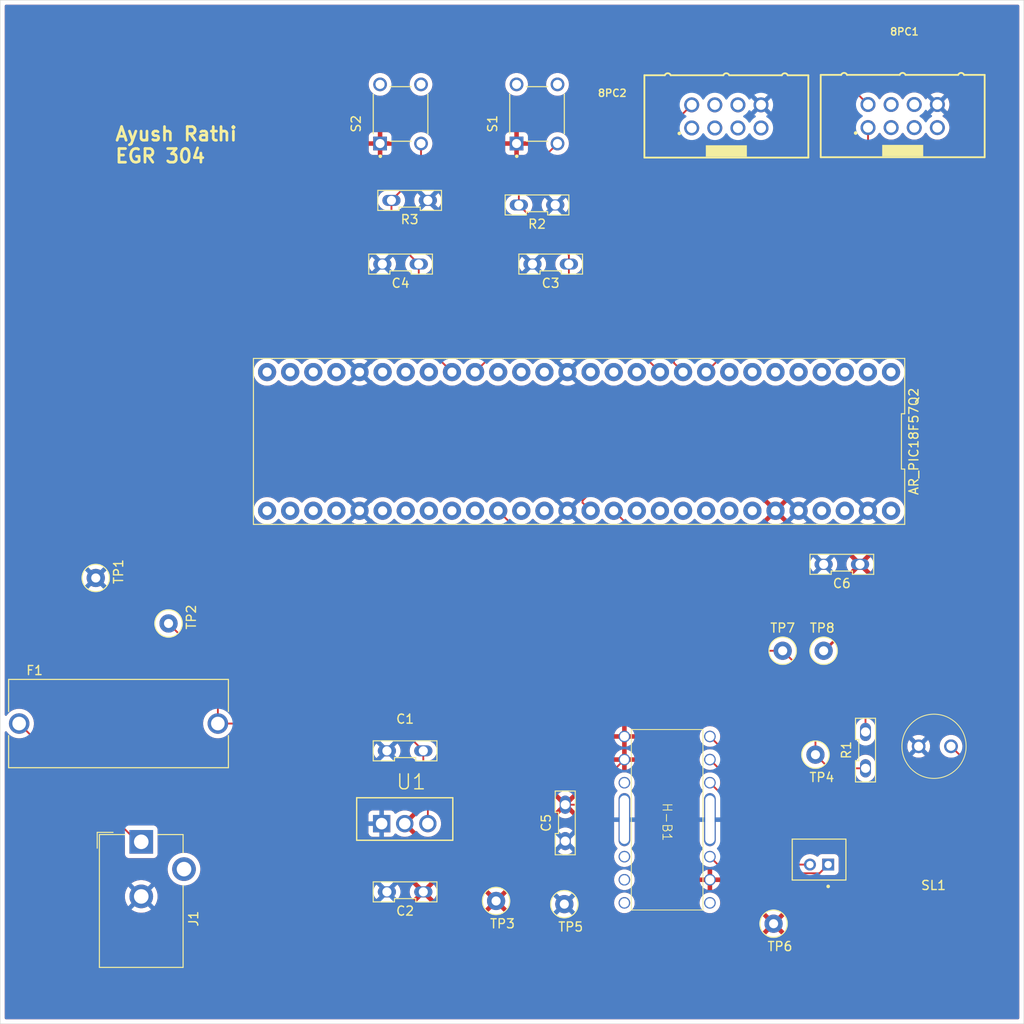
<source format=kicad_pcb>
(kicad_pcb (version 20241229) (generator "pcbnew") (generator_version "9.0")
  (layers (0 "F.Cu" signal) (2 "B.Cu" signal) (13 "F.Paste" user) (15 "B.Paste" user) (5 "F.SilkS" user "F.Silkscreen") (7 "B.SilkS" user "B.Silkscreen") (1 "F.Mask" user) (3 "B.Mask" user) (25 "Edge.Cuts" user))
  (net 0 "")
  (net 2 "/MIC_INT")
  (net 3 "GNDREF")
  (net 7 "/EXT_pin")
  (net 12 "/CRT_INT")
  (net 17 "/MIC_OUT2")
  (net 33 "+5V")
  (net 42 "/Red LED")
  (net 56 "/close button")
  (net 58 "/MIC_OUT1")
  (net 61 "/Open button")
  (net 63 "/9V+ main")
  (net 64 "Net-(D1-A)")
  (net 65 "Net-(F1-Pad1)")
  (net 66 "Net-(H-B1-OUT1A)")
  (net 69 "Net-(H-B1-OUT2A)")
  (footprint "AR_Library (1):Rus" (layer "F.Cu") (at 187.102 128.42)
    (property "Reference" "R1" (at -2.1 0 90) (layer "F.SilkS"))
    (property "Value" "330 Ohms  0.25W")
    (fp_line (start -1.1 -1.166666) (end -0.739999 -1.166666) (stroke (width 0.12)) (layer "F.SilkS"))
    (fp_line (start -1.1 1.166666) (end -1.1 3.5) (stroke (width 0.12)) (layer "F.SilkS"))
    (fp_line (start -1.1 3.5) (end 1.099999 3.5) (stroke (width 0.12)) (layer "F.SilkS"))
    (fp_line (start -1.099999 -3.5) (end -1.1 -1.166666) (stroke (width 0.12)) (layer "F.SilkS"))
    (fp_line (start -0.74 1.166666) (end -1.1 1.166666) (stroke (width 0.12)) (layer "F.SilkS"))
    (fp_line (start -0.739999 -1.166666) (end -0.74 1.166666) (stroke (width 0.12)) (layer "F.SilkS"))
    (fp_line (start 1.099999 3.5) (end 1.1 -3.5) (stroke (width 0.12)) (layer "F.SilkS"))
    (fp_line (start 1.1 -3.5) (end -1.099999 -3.5) (stroke (width 0.12)) (layer "F.SilkS"))
    (pad "1" thru_hole oval (at 0 2) (size 1.2 2) (drill 1) (layers "*.Cu" "*.Mask") (net 42 "/Red LED"))
    (pad "2" thru_hole oval (at 0 -2) (size 1.2 2) (drill 1) (layers "*.Cu" "*.Mask") (net 64 "Net-(D1-A)"))
  )
  (footprint "AR_Library (1):8pin" (layer "F.Cu") (at 191.19 58.73)
    (property "Reference" "8PC1" (at 0.19 -9.27 0) (layer "F.SilkS") (effects (font (size 0.8 0.8))))
    (property "Value" "~")
    (fp_line (start -9.01 -4.525) (end -9.01 4.525) (stroke (width 0.2)) (layer "F.SilkS"))
    (fp_line (start -9.01 4.525) (end 9.01 4.525) (stroke (width 0.2)) (layer "F.SilkS"))
    (fp_line (start -6.76 -4.525) (end -9.01 -4.525) (stroke (width 0.2)) (layer "F.SilkS"))
    (fp_line (start -0.33 -4.525) (end -6.12 -4.525) (stroke (width 0.2)) (layer "F.SilkS"))
    (fp_line (start 6.1 -4.525) (end 0.31 -4.525) (stroke (width 0.2)) (layer "F.SilkS"))
    (fp_line (start 6.74 -4.525) (end 9.01 -4.525) (stroke (width 0.2)) (layer "F.SilkS"))
    (fp_line (start 9.01 4.525) (end 9.01 -4.525) (stroke (width 0.2)) (layer "F.SilkS"))
    (fp_arc (start -6.76 -4.525) (mid -6.44 -4.743548) (end -6.12 -4.525) (stroke (width 0.2)) (layer "F.SilkS"))
    (fp_arc (start -0.33 -4.525) (mid -0.01 -4.743548) (end 0.31 -4.525) (stroke (width 0.2)) (layer "F.SilkS"))
    (fp_arc (start 6.1 -4.525) (mid 6.42 -4.743548) (end 6.74 -4.525) (stroke (width 0.2)) (layer "F.SilkS"))
    (fp_circle (center -5.17 1.87) (end -5.07 1.87) (stroke (width 0.2)) (fill no) (layer "F.SilkS"))
    (fp_poly (pts (xy -2.25 3.175) (xy 2.25 3.175) (xy 2.25 4.425) (xy -2.25 4.425)) (stroke (width 0.01)) (fill yes) (layer "F.SilkS"))
    (pad "1" thru_hole circle (at -3.81 1.27) (size 1.65 1.65) (drill 1.1) (layers "*.Cu" "*.Mask") (net 2 "/MIC_INT"))
    (pad "2" thru_hole circle (at -3.81 -1.27) (size 1.65 1.65) (drill 1.1) (layers "*.Cu" "*.Mask") (net 7 "/EXT_pin"))
    (pad "3" thru_hole circle (at -1.27 1.27) (size 1.65 1.65) (drill 1.1) (layers "*.Cu" "*.Mask"))
    (pad "4" thru_hole circle (at -1.27 -1.27) (size 1.65 1.65) (drill 1.1) (layers "*.Cu" "*.Mask"))
    (pad "5" thru_hole circle (at 1.27 1.27) (size 1.65 1.65) (drill 1.1) (layers "*.Cu" "*.Mask"))
    (pad "6" thru_hole circle (at 1.27 -1.27) (size 1.65 1.65) (drill 1.1) (layers "*.Cu" "*.Mask"))
    (pad "7" thru_hole circle (at 3.81 1.27) (size 1.65 1.65) (drill 1.1) (layers "*.Cu" "*.Mask"))
    (pad "8" thru_hole circle (at 3.81 -1.27) (size 1.65 1.65) (drill 1.1) (layers "*.Cu" "*.Mask") (net 3 "GNDREF"))
  )
  (footprint "AR_Library (1):sol" (layer "F.Cu") (at 182 140.45)
    (property "Reference" "SL1" (at 12.577 2.835 0) (layer "F.SilkS"))
    (property "Value" "~")
    (fp_line (start -2.95 -2.25) (end 2.95 -2.25) (stroke (width 0.127)) (layer "F.SilkS"))
    (fp_line (start -2.95 2.25) (end -2.95 -2.25) (stroke (width 0.127)) (layer "F.SilkS"))
    (fp_line (start 2.95 -2.25) (end 2.95 2.25) (stroke (width 0.127)) (layer "F.SilkS"))
    (fp_line (start 2.95 2.25) (end -2.95 2.25) (stroke (width 0.127)) (layer "F.SilkS"))
    (fp_circle (center 1 2.95) (end 1.1 2.95) (stroke (width 0.2)) (fill no) (layer "F.SilkS"))
    (pad "1" thru_hole rect (at 1 0.55) (size 1.308 1.308) (drill 0.8) (layers "*.Cu" "*.Mask") (net 66 "Net-(H-B1-OUT1A)"))
    (pad "2" thru_hole circle (at -1 0.55) (size 1.308 1.308) (drill 0.8) (layers "*.Cu" "*.Mask") (net 69 "Net-(H-B1-OUT2A)"))
  )
  (footprint "AR_Library (1):Rus" (layer "F.Cu") (at 136.5 128.5 90)
    (property "Reference" "C1" (at 3.5 0 0) (layer "F.SilkS"))
    (property "Value" "10uf")
    (fp_line (start 1.1 -3.5) (end -1.099999 -3.5) (stroke (width 0.12)) (layer "F.SilkS"))
    (fp_line (start -1.099999 -3.5) (end -1.1 -1.166666) (stroke (width 0.12)) (layer "F.SilkS"))
    (fp_line (start -0.739999 -1.166666) (end -0.74 1.166666) (stroke (width 0.12)) (layer "F.SilkS"))
    (fp_line (start -1.1 -1.166666) (end -0.739999 -1.166666) (stroke (width 0.12)) (layer "F.SilkS"))
    (fp_line (start -0.74 1.166666) (end -1.1 1.166666) (stroke (width 0.12)) (layer "F.SilkS"))
    (fp_line (start -1.1 1.166666) (end -1.1 3.5) (stroke (width 0.12)) (layer "F.SilkS"))
    (fp_line (start 1.099999 3.5) (end 1.1 -3.5) (stroke (width 0.12)) (layer "F.SilkS"))
    (fp_line (start -1.1 3.5) (end 1.099999 3.5) (stroke (width 0.12)) (layer "F.SilkS"))
    (pad "1" thru_hole oval (at 0 2 90) (size 1.2 2) (drill 1) (layers "*.Cu" "*.Mask") (net 63 "/9V+ main"))
    (pad "2" thru_hole oval (at 0 -2 90) (size 1.2 2) (drill 1) (layers "*.Cu" "*.Mask") (net 3 "GNDREF"))
  )
  (footprint "Connector_BarrelJack:BarrelJack_CUI_PJ-102AH_Horizontal" (layer "F.Cu") (at 107.5 138.5)
    (property "Reference" "J1" (at 5.75 8.45 90) (layer "F.SilkS"))
    (property "Value" "Barrel_Jack_Switch")
    (fp_line (start -4.84 -1.04) (end -3.1 -1.04) (stroke (width 0.12)) (layer "F.SilkS"))
    (fp_line (start -4.84 0.7) (end -4.84 -1.04) (stroke (width 0.12)) (layer "F.SilkS"))
    (fp_line (start -4.6 -0.8) (end -1.8 -0.8) (stroke (width 0.12)) (layer "F.SilkS"))
    (fp_line (start -4.6 13.8) (end -4.6 -0.8) (stroke (width 0.12)) (layer "F.SilkS"))
    (fp_line (start 1.8 -0.8) (end 4.6 -0.8) (stroke (width 0.12)) (layer "F.SilkS"))
    (fp_line (start 4.6 -0.8) (end 4.6 1.2) (stroke (width 0.12)) (layer "F.SilkS"))
    (fp_line (start 4.6 4.8) (end 4.6 13.8) (stroke (width 0.12)) (layer "F.SilkS"))
    (fp_line (start 4.6 13.8) (end -4.6 13.8) (stroke (width 0.12)) (layer "F.SilkS"))
    (pad "1" thru_hole rect (at 0 0) (size 2.6 2.6) (drill 1.6) (layers "*.Cu" "*.Mask") (net 65 "Net-(F1-Pad1)"))
    (pad "2" thru_hole circle (at 0 6) (size 2.6 2.6) (drill 1.6) (layers "*.Cu" "*.Mask") (net 3 "GNDREF"))
    (pad "3" thru_hole circle (at 4.7 3) (size 2.6 2.6) (drill 1.6) (layers "*.Cu" "*.Mask"))
  )
  (footprint "TestPoint:TestPoint_Loop_D2.50mm_Drill1.0mm" (layer "F.Cu") (at 182.5 117.5 90)
    (property "Reference" "TP8" (at 2.5 -0.15 180) (layer "F.SilkS"))
    (property "Value" "~")
    (fp_circle (center 0 0) (end 1.5 0) (stroke (width 0.12)) (fill no) (layer "F.SilkS") (net 7798903))
    (pad "1" thru_hole circle (at 0 0 90) (size 2 2) (drill 1) (layers "*.Cu" "*.Mask") (net 58 "/MIC_OUT1"))
  )
  (footprint "TestPoint:TestPoint_Loop_D2.50mm_Drill1.0mm" (layer "F.Cu") (at 110.5 114.5 90)
    (property "Reference" "TP2" (at 0.7 2.5 90) (layer "F.SilkS"))
    (property "Value" "TestPoint")
    (fp_circle (center 0 0) (end 1.5 0) (stroke (width 0.12)) (fill no) (layer "F.SilkS"))
    (pad "1" thru_hole circle (at 0 0 90) (size 2 2) (drill 1) (layers "*.Cu" "*.Mask") (net 63 "/9V+ main"))
  )
  (footprint "TestPoint:TestPoint_Loop_D2.50mm_Drill1.0mm" (layer "F.Cu") (at 154 145.35)
    (property "Reference" "TP5" (at 0.7 2.5 0) (layer "F.SilkS"))
    (property "Value" "TestPoint")
    (fp_circle (center 0 0) (end 1.5 0) (stroke (width 0.12)) (fill no) (layer "F.SilkS"))
    (pad "1" thru_hole circle (at 0 0) (size 2 2) (drill 1) (layers "*.Cu" "*.Mask") (net 3 "GNDREF"))
  )
  (footprint "AR_Library (1):Rus" (layer "F.Cu") (at 184.5 108 90)
    (property "Reference" "C6" (at -2.1 0 0) (layer "F.SilkS"))
    (property "Value" "0.1uf")
    (fp_line (start 1.1 -3.5) (end -1.099999 -3.5) (stroke (width 0.12)) (layer "F.SilkS"))
    (fp_line (start -1.099999 -3.5) (end -1.1 -1.166666) (stroke (width 0.12)) (layer "F.SilkS"))
    (fp_line (start -0.739999 -1.166666) (end -0.74 1.166666) (stroke (width 0.12)) (layer "F.SilkS"))
    (fp_line (start -1.1 -1.166666) (end -0.739999 -1.166666) (stroke (width 0.12)) (layer "F.SilkS"))
    (fp_line (start -0.74 1.166666) (end -1.1 1.166666) (stroke (width 0.12)) (layer "F.SilkS"))
    (fp_line (start -1.1 1.166666) (end -1.1 3.5) (stroke (width 0.12)) (layer "F.SilkS"))
    (fp_line (start 1.099999 3.5) (end 1.1 -3.5) (stroke (width 0.12)) (layer "F.SilkS"))
    (fp_line (start -1.1 3.5) (end 1.099999 3.5) (stroke (width 0.12)) (layer "F.SilkS"))
    (pad "1" thru_hole oval (at 0 2 90) (size 1.2 2) (drill 1) (layers "*.Cu" "*.Mask") (net 33 "+5V"))
    (pad "2" thru_hole oval (at 0 -2 90) (size 1.2 2) (drill 1) (layers "*.Cu" "*.Mask") (net 3 "GNDREF"))
  )
  (footprint "TestPoint:TestPoint_Loop_D2.50mm_Drill1.0mm" (layer "F.Cu") (at 181.602 128.92)
    (property "Reference" "TP4" (at 0.7 2.5 0) (layer "F.SilkS"))
    (property "Value" "TestPoint")
    (fp_circle (center 0 0) (end 1.5 0) (stroke (width 0.12)) (fill no) (layer "F.SilkS"))
    (pad "1" thru_hole circle (at 0 0) (size 2 2) (drill 1) (layers "*.Cu" "*.Mask") (net 42 "/Red LED"))
  )
  (footprint "AR_Library (1):DIP-56_600 (1)" (layer "F.Cu") (at 155.62 94.49 180)
    (property "Reference" "AR_PIC18F57Q2" (at -36.79 0 90) (layer "F.SilkS"))
    (property "Value" "~")
    (fp_line (start 35.79 9.12) (end 35.79 -9.119999) (stroke (width 0.12)) (layer "F.SilkS"))
    (fp_line (start 35.79 -9.119999) (end -35.79 -9.12) (stroke (width 0.12)) (layer "F.SilkS"))
    (fp_line (start -35.43 3.039999) (end -35.79 3.039999) (stroke (width 0.12)) (layer "F.SilkS"))
    (fp_line (start -35.43 -3.04) (end -35.43 3.039999) (stroke (width 0.12)) (layer "F.SilkS"))
    (fp_line (start -35.79 9.119999) (end 35.79 9.12) (stroke (width 0.12)) (layer "F.SilkS"))
    (fp_line (start -35.79 3.039999) (end -35.79 9.119999) (stroke (width 0.12)) (layer "F.SilkS"))
    (fp_line (start -35.79 -3.04) (end -35.43 -3.04) (stroke (width 0.12)) (layer "F.SilkS"))
    (fp_line (start -35.79 -9.12) (end -35.79 -3.04) (stroke (width 0.12)) (layer "F.SilkS"))
    (pad "1" thru_hole circle (at -34.29 7.62 180) (size 2 2) (drill 1) (layers "*.Cu" "*.Mask"))
    (pad "2" thru_hole circle (at -31.75 7.62 180) (size 2 2) (drill 1) (layers "*.Cu" "*.Mask"))
    (pad "3" thru_hole circle (at -29.21 7.62 180) (size 2 2) (drill 1) (layers "*.Cu" "*.Mask"))
    (pad "4" thru_hole circle (at -26.67 7.62 180) (size 2 2) (drill 1) (layers "*.Cu" "*.Mask"))
    (pad "5" thru_hole circle (at -24.13 7.62 180) (size 2 2) (drill 1) (layers "*.Cu" "*.Mask"))
    (pad "6" thru_hole circle (at -21.59 7.62 180) (size 2 2) (drill 1) (layers "*.Cu" "*.Mask"))
    (pad "7" thru_hole circle (at -19.05 7.62 180) (size 2 2) (drill 1) (layers "*.Cu" "*.Mask"))
    (pad "8" thru_hole circle (at -16.51 7.62 180) (size 2 2) (drill 1) (layers "*.Cu" "*.Mask"))
    (pad "9" thru_hole circle (at -13.97 7.62 180) (size 2 2) (drill 1) (layers "*.Cu" "*.Mask") (net 2 "/MIC_INT"))
    (pad "10" thru_hole circle (at -11.43 7.62 180) (size 2 2) (drill 1) (layers "*.Cu" "*.Mask") (net 12 "/CRT_INT"))
    (pad "11" thru_hole circle (at -8.89 7.62 180) (size 2 2) (drill 1) (layers "*.Cu" "*.Mask") (net 7 "/EXT_pin"))
    (pad "12" thru_hole circle (at -6.35 7.62 180) (size 2 2) (drill 1) (layers "*.Cu" "*.Mask"))
    (pad "13" thru_hole circle (at -3.81 7.62 180) (size 2 2) (drill 1) (layers "*.Cu" "*.Mask"))
    (pad "14" thru_hole circle (at -1.27 7.62 180) (size 2 2) (drill 1) (layers "*.Cu" "*.Mask"))
    (pad "15" thru_hole circle (at 1.27 7.62 180) (size 2 2) (drill 1) (layers "*.Cu" "*.Mask") (net 3 "GNDREF"))
    (pad "16" thru_hole circle (at 3.81 7.62 180) (size 2 2) (drill 1) (layers "*.Cu" "*.Mask"))
    (pad "17" thru_hole circle (at 6.35 7.62 180) (size 2 2) (drill 1) (layers "*.Cu" "*.Mask"))
    (pad "18" thru_hole circle (at 8.89 7.62 180) (size 2 2) (drill 1) (layers "*.Cu" "*.Mask"))
    (pad "19" thru_hole circle (at 11.43 7.62 180) (size 2 2) (drill 1) (layers "*.Cu" "*.Mask") (net 61 "/Open button"))
    (pad "20" thru_hole circle (at 13.97 7.62 180) (size 2 2) (drill 1) (layers "*.Cu" "*.Mask") (net 56 "/close button"))
    (pad "21" thru_hole circle (at 16.51 7.62 180) (size 2 2) (drill 1) (layers "*.Cu" "*.Mask"))
    (pad "22" thru_hole circle (at 19.05 7.62 180) (size 2 2) (drill 1) (layers "*.Cu" "*.Mask"))
    (pad "23" thru_hole circle (at 21.59 7.62 180) (size 2 2) (drill 1) (layers "*.Cu" "*.Mask"))
    (pad "24" thru_hole circle (at 24.13 7.62 180) (size 2 2) (drill 1) (layers "*.Cu" "*.Mask") (net 3 "GNDREF"))
    (pad "25" thru_hole circle (at 26.67 7.62 180) (size 2 2) (drill 1) (layers "*.Cu" "*.Mask"))
    (pad "26" thru_hole circle (at 29.21 7.62 180) (size 2 2) (drill 1) (layers "*.Cu" "*.Mask"))
    (pad "27" thru_hole circle (at 31.75 7.62 180) (size 2 2) (drill 1) (layers "*.Cu" "*.Mask"))
    (pad "28" thru_hole circle (at 34.29 7.62 180) (size 2 2) (drill 1) (layers "*.Cu" "*.Mask"))
    (pad "29" thru_hole circle (at 34.29 -7.62 180) (size 2 2) (drill 1) (layers "*.Cu" "*.Mask"))
    (pad "30" thru_hole circle (at 31.75 -7.62 180) (size 2 2) (drill 1) (layers "*.Cu" "*.Mask"))
    (pad "31" thru_hole circle (at 29.21 -7.62 180) (size 2 2) (drill 1) (layers "*.Cu" "*.Mask"))
    (pad "32" thru_hole circle (at 26.67 -7.62 180) (size 2 2) (drill 1) (layers "*.Cu" "*.Mask"))
    (pad "33" thru_hole circle (at 24.13 -7.62 180) (size 2 2) (drill 1) (layers "*.Cu" "*.Mask") (net 3 "GNDREF"))
    (pad "34" thru_hole circle (at 21.59 -7.62 180) (size 2 2) (drill 1) (layers "*.Cu" "*.Mask"))
    (pad "35" thru_hole circle (at 19.05 -7.62 180) (size 2 2) (drill 1) (layers "*.Cu" "*.Mask"))
    (pad "36" thru_hole circle (at 16.51 -7.62 180) (size 2 2) (drill 1) (layers "*.Cu" "*.Mask"))
    (pad "37" thru_hole circle (at 13.97 -7.62 180) (size 2 2) (drill 1) (layers "*.Cu" "*.Mask"))
    (pad "38" thru_hole circle (at 11.43 -7.62 180) (size 2 2) (drill 1) (layers "*.Cu" "*.Mask"))
    (pad "39" thru_hole circle (at 8.89 -7.62 180) (size 2 2) (drill 1) (layers "*.Cu" "*.Mask") (net 42 "/Red LED"))
    (pad "40" thru_hole circle (at 6.35 -7.62 180) (size 2 2) (drill 1) (layers "*.Cu" "*.Mask"))
    (pad "41" thru_hole circle (at 3.81 -7.62 180) (size 2 2) (drill 1) (layers "*.Cu" "*.Mask"))
    (pad "42" thru_hole circle (at 1.27 -7.62 180) (size 2 2) (drill 1) (layers "*.Cu" "*.Mask") (net 3 "GNDREF"))
    (pad "43" thru_hole circle (at -1.27 -7.62 180) (size 2 2) (drill 1) (layers "*.Cu" "*.Mask") (net 58 "/MIC_OUT1"))
    (pad "44" thru_hole circle (at -3.81 -7.62 180) (size 2 2) (drill 1) (layers "*.Cu" "*.Mask") (net 17 "/MIC_OUT2"))
    (pad "45" thru_hole circle (at -6.35 -7.62 180) (size 2 2) (drill 1) (layers "*.Cu" "*.Mask"))
    (pad "46" thru_hole circle (at -8.89 -7.62 180) (size 2 2) (drill 1) (layers "*.Cu" "*.Mask"))
    (pad "47" thru_hole circle (at -11.43 -7.62 180) (size 2 2) (drill 1) (layers "*.Cu" "*.Mask"))
    (pad "48" thru_hole circle (at -13.97 -7.62 180) (size 2 2) (drill 1) (layers "*.Cu" "*.Mask"))
    (pad "49" thru_hole circle (at -16.51 -7.62 180) (size 2 2) (drill 1) (layers "*.Cu" "*.Mask"))
    (pad "50" thru_hole circle (at -19.05 -7.62 180) (size 2 2) (drill 1) (layers "*.Cu" "*.Mask"))
    (pad "51" thru_hole circle (at -21.59 -7.62 180) (size 2 2) (drill 1) (layers "*.Cu" "*.Mask") (net 33 "+5V"))
    (pad "52" thru_hole circle (at -24.13 -7.62 180) (size 2 2) (drill 1) (layers "*.Cu" "*.Mask") (net 3 "GNDREF"))
    (pad "53" thru_hole circle (at -26.67 -7.62 180) (size 2 2) (drill 1) (layers "*.Cu" "*.Mask"))
    (pad "54" thru_hole circle (at -29.21 -7.62 180) (size 2 2) (drill 1) (layers "*.Cu" "*.Mask"))
    (pad "55" thru_hole circle (at -31.75 -7.62 180) (size 2 2) (drill 1) (layers "*.Cu" "*.Mask") (net 3 "GNDREF"))
    (pad "56" thru_hole circle (at -34.29 -7.62 180) (size 2 2) (drill 1) (layers "*.Cu" "*.Mask"))
  )
  (footprint "AR_Library (1):FUSE_4527" (layer "F.Cu") (at 105 125.5)
    (property "Reference" "F1" (at -9.225 -5.835 0) (layer "F.SilkS"))
    (property "Value" "2A")
    (fp_line (start -12.08 -4.85) (end -12.08 -1.32) (stroke (width 0.127)) (layer "F.SilkS"))
    (fp_line (start -12.08 -4.85) (end 12.08 -4.85) (stroke (width 0.127)) (layer "F.SilkS"))
    (fp_line (start -12.08 4.85) (end -12.08 1.32) (stroke (width 0.127)) (layer "F.SilkS"))
    (fp_line (start -12.08 4.85) (end 12.08 4.85) (stroke (width 0.127)) (layer "F.SilkS"))
    (fp_line (start 12.08 -4.85) (end 12.08 -1.32) (stroke (width 0.127)) (layer "F.SilkS"))
    (fp_line (start 12.08 4.85) (end 12.08 1.32) (stroke (width 0.127)) (layer "F.SilkS"))
    (pad "1" thru_hole circle (at -10.92 0) (size 2.25 2.25) (drill 1.5) (layers "*.Cu" "*.Mask") (net 65 "Net-(F1-Pad1)"))
    (pad "2" thru_hole circle (at 10.92 0) (size 2.25 2.25) (drill 1.5) (layers "*.Cu" "*.Mask") (net 63 "/9V+ main"))
  )
  (footprint "AR_Library (1):Rus" (layer "F.Cu") (at 136 75 90)
    (property "Reference" "C4" (at -2.1 0 0) (layer "F.SilkS"))
    (property "Value" "0.10uf")
    (fp_line (start 1.1 -3.5) (end -1.099999 -3.5) (stroke (width 0.12)) (layer "F.SilkS"))
    (fp_line (start -1.099999 -3.5) (end -1.1 -1.166666) (stroke (width 0.12)) (layer "F.SilkS"))
    (fp_line (start -0.739999 -1.166666) (end -0.74 1.166666) (stroke (width 0.12)) (layer "F.SilkS"))
    (fp_line (start -1.1 -1.166666) (end -0.739999 -1.166666) (stroke (width 0.12)) (layer "F.SilkS"))
    (fp_line (start -0.74 1.166666) (end -1.1 1.166666) (stroke (width 0.12)) (layer "F.SilkS"))
    (fp_line (start -1.1 1.166666) (end -1.1 3.5) (stroke (width 0.12)) (layer "F.SilkS"))
    (fp_line (start 1.099999 3.5) (end 1.1 -3.5) (stroke (width 0.12)) (layer "F.SilkS"))
    (fp_line (start -1.1 3.5) (end 1.099999 3.5) (stroke (width 0.12)) (layer "F.SilkS"))
    (pad "1" thru_hole oval (at 0 2 90) (size 1.2 2) (drill 1) (layers "*.Cu" "*.Mask") (net 56 "/close button"))
    (pad "2" thru_hole oval (at 0 -2 90) (size 1.2 2) (drill 1) (layers "*.Cu" "*.Mask") (net 3 "GNDREF"))
  )
  (footprint "AR_Library (1):Rus" (layer "F.Cu") (at 154.102 136.42)
    (property "Reference" "C5" (at -2.1 0 90) (layer "F.SilkS"))
    (property "Value" "100uf")
    (fp_line (start -1.1 -1.166666) (end -0.739999 -1.166666) (stroke (width 0.12)) (layer "F.SilkS"))
    (fp_line (start -1.1 1.166666) (end -1.1 3.5) (stroke (width 0.12)) (layer "F.SilkS"))
    (fp_line (start -1.1 3.5) (end 1.099999 3.5) (stroke (width 0.12)) (layer "F.SilkS"))
    (fp_line (start -1.099999 -3.5) (end -1.1 -1.166666) (stroke (width 0.12)) (layer "F.SilkS"))
    (fp_line (start -0.74 1.166666) (end -1.1 1.166666) (stroke (width 0.12)) (layer "F.SilkS"))
    (fp_line (start -0.739999 -1.166666) (end -0.74 1.166666) (stroke (width 0.12)) (layer "F.SilkS"))
    (fp_line (start 1.099999 3.5) (end 1.1 -3.5) (stroke (width 0.12)) (layer "F.SilkS"))
    (fp_line (start 1.1 -3.5) (end -1.099999 -3.5) (stroke (width 0.12)) (layer "F.SilkS"))
    (pad "1" thru_hole oval (at 0 2) (size 1.2 2) (drill 1) (layers "*.Cu" "*.Mask") (net 3 "GNDREF"))
    (pad "2" thru_hole oval (at 0 -2) (size 1.2 2) (drill 1) (layers "*.Cu" "*.Mask") (net 33 "+5V"))
  )
  (footprint "AR_Library (1):HB-1" (layer "F.Cu") (at 169.238 126.158 -90)
    (property "Reference" "H-B1" (at 10.16 3.937 270) (layer "F.SilkS") (effects (font (thickness 0.1))))
    (property "Value" "~")
    (fp_rect (start 0 0) (end 19.8374 7.874) (stroke (width 0.1)) (fill no) (layer "F.SilkS"))
    (pad "1" thru_hole oval (at 19.05 8.636 90) (size 1.27 1.27) (drill 0.999998) (layers "*.Cu" "*.Mask"))
    (pad "2" thru_hole oval (at 16.51 8.636 90) (size 1.27 1.27) (drill 0.999998) (layers "*.Cu" "*.Mask"))
    (pad "3" thru_hole oval (at 13.97 8.636 90) (size 1.27 1.27) (drill 0.999998) (layers "*.Cu" "*.Mask"))
    (pad "4" thru_hole oval (at 5.842 8.636 90) (size 1.27 1.27) (drill 0.999998) (layers "*.Cu" "*.Mask"))
    (pad "5" thru_hole oval (at 3.302 8.636 90) (size 1.27 1.27) (drill 0.999998) (layers "*.Cu" "*.Mask") (net 33 "+5V"))
    (pad "6" thru_hole oval (at 0.762 8.636 90) (size 1.27 1.27) (drill 0.999998) (layers "*.Cu" "*.Mask") (net 33 "+5V"))
    (pad "7" thru_hole oval (at 19.05 -0.762 90) (size 1.27 1.27) (drill 0.999998) (layers "*.Cu" "*.Mask"))
    (pad "8" thru_hole oval (at 16.51 -0.762 90) (size 1.27 1.27) (drill 0.999998) (layers "*.Cu" "*.Mask") (net 33 "+5V"))
    (pad "9" thru_hole oval (at 13.97 -0.762 90) (size 1.27 1.27) (drill 0.999998) (layers "*.Cu" "*.Mask") (net 66 "Net-(H-B1-OUT1A)"))
    (pad "10" thru_hole oval (at 5.842 -0.762 90) (size 1.27 1.27) (drill 0.999998) (layers "*.Cu" "*.Mask") (net 69 "Net-(H-B1-OUT2A)"))
    (pad "11" thru_hole oval (at 3.302 -0.762 90) (size 1.27 1.27) (drill 0.999998) (layers "*.Cu" "*.Mask") (net 58 "/MIC_OUT1"))
    (pad "12" thru_hole oval (at 0.762 -0.762 90) (size 1.27 1.27) (drill 0.999998) (layers "*.Cu" "*.Mask") (net 17 "/MIC_OUT2"))
    (pad "FIN" thru_hole oval (at 9.906 -0.762 270) (size 5.842 1.27) (drill oval 5.334 1.016) (layers "*.Cu" "*.Mask") (net 3 "GNDREF"))
    (pad "GND" thru_hole oval (at 9.906 8.636 270) (size 5.842 1.27) (drill oval 5.334 1.016) (layers "*.Cu" "*.Mask") (net 3 "GNDREF"))
  )
  (footprint "AR_Library (1):TO254P470X1016X2222-3P" (layer "F.Cu") (at 137 135.5)
    (property "Reference" "U1" (at 0.167845 -3.578535 0) (layer "F.SilkS") (effects (font (size 1.643016 1.643016))))
    (property "Value" "LM1085IT-5.0")
    (fp_line (start -5.8232 -1.8448) (end -5.8232 2.8288) (stroke (width 0.1524)) (layer "F.SilkS"))
    (fp_line (start -5.8232 2.8288) (end 4.7432 2.8288) (stroke (width 0.1524)) (layer "F.SilkS"))
    (fp_line (start 4.7432 -1.8448) (end -5.8232 -1.8448) (stroke (width 0.1524)) (layer "F.SilkS"))
    (fp_line (start 4.7432 2.8288) (end 4.7432 -1.8448) (stroke (width 0.1524)) (layer "F.SilkS"))
    (pad "1" thru_hole rect (at -3.08 1) (size 1.905 1.905) (drill 1.27) (layers "*.Cu" "*.Mask") (net 3 "GNDREF"))
    (pad "2" thru_hole circle (at -0.54 1) (size 1.905 1.905) (drill 1.27) (layers "*.Cu" "*.Mask") (net 33 "+5V"))
    (pad "3" thru_hole circle (at 2 1) (size 1.905 1.905) (drill 1.27) (layers "*.Cu" "*.Mask") (net 63 "/9V+ main"))
  )
  (footprint "AR_Library (1):Rus" (layer "F.Cu") (at 137 68 90)
    (property "Reference" "R3" (at -2.1 0 0) (layer "F.SilkS"))
    (property "Value" "10K")
    (fp_line (start 1.1 -3.5) (end -1.099999 -3.5) (stroke (width 0.12)) (layer "F.SilkS"))
    (fp_line (start -1.099999 -3.5) (end -1.1 -1.166666) (stroke (width 0.12)) (layer "F.SilkS"))
    (fp_line (start -0.739999 -1.166666) (end -0.74 1.166666) (stroke (width 0.12)) (layer "F.SilkS"))
    (fp_line (start -1.1 -1.166666) (end -0.739999 -1.166666) (stroke (width 0.12)) (layer "F.SilkS"))
    (fp_line (start -0.74 1.166666) (end -1.1 1.166666) (stroke (width 0.12)) (layer "F.SilkS"))
    (fp_line (start -1.1 1.166666) (end -1.1 3.5) (stroke (width 0.12)) (layer "F.SilkS"))
    (fp_line (start 1.099999 3.5) (end 1.1 -3.5) (stroke (width 0.12)) (layer "F.SilkS"))
    (fp_line (start -1.1 3.5) (end 1.099999 3.5) (stroke (width 0.12)) (layer "F.SilkS"))
    (pad "1" thru_hole oval (at 0 2 90) (size 1.2 2) (drill 1) (layers "*.Cu" "*.Mask") (net 3 "GNDREF"))
    (pad "2" thru_hole oval (at 0 -2 90) (size 1.2 2) (drill 1) (layers "*.Cu" "*.Mask") (net 56 "/close button"))
  )
  (footprint "AR_Library (1):SW_TS02-66-50-BK-160-SCR-D" (layer "F.Cu") (at 151 58.5 90)
    (property "Reference" "S1" (at -1.079 -4.889 90) (layer "F.SilkS"))
    (property "Value" "TS02-66-50-BK-160-SCR-D")
    (fp_line (start -2.176 -3) (end 2.176 -3) (stroke (width 0.127)) (layer "F.SilkS"))
    (fp_line (start 3 -1.176) (end 3 1.176) (stroke (width 0.127)) (layer "F.SilkS"))
    (fp_line (start -3 -1.176) (end -3 1.176) (stroke (width 0.127)) (layer "F.SilkS"))
    (fp_line (start -2.176 3) (end 2.176 3) (stroke (width 0.127)) (layer "F.SilkS"))
    (fp_circle (center -4.647 -2.226) (end -4.547 -2.226) (stroke (width 0.2)) (fill no) (layer "F.SilkS"))
    (pad "1" thru_hole rect (at -3.25 -2.25 90) (size 1.508 1.508) (drill 1) (layers "*.Cu" "*.Mask") (net 33 "+5V"))
    (pad "2" thru_hole circle (at 3.25 -2.25 90) (size 1.508 1.508) (drill 1) (layers "*.Cu" "*.Mask"))
    (pad "3" thru_hole circle (at -3.25 2.25 90) (size 1.508 1.508) (drill 1) (layers "*.Cu" "*.Mask") (net 61 "/Open button"))
    (pad "4" thru_hole circle (at 3.25 2.25 90) (size 1.508 1.508) (drill 1) (layers "*.Cu" "*.Mask"))
  )
  (footprint "AR_Library (1):Rus" (layer "F.Cu") (at 136.5 144 90)
    (property "Reference" "C2" (at -2.1 0 0) (layer "F.SilkS"))
    (property "Value" "50uf")
    (fp_line (start 1.1 -3.5) (end -1.099999 -3.5) (stroke (width 0.12)) (layer "F.SilkS"))
    (fp_line (start -1.099999 -3.5) (end -1.1 -1.166666) (stroke (width 0.12)) (layer "F.SilkS"))
    (fp_line (start -0.739999 -1.166666) (end -0.74 1.166666) (stroke (width 0.12)) (layer "F.SilkS"))
    (fp_line (start -1.1 -1.166666) (end -0.739999 -1.166666) (stroke (width 0.12)) (layer "F.SilkS"))
    (fp_line (start -0.74 1.166666) (end -1.1 1.166666) (stroke (width 0.12)) (layer "F.SilkS"))
    (fp_line (start -1.1 1.166666) (end -1.1 3.5) (stroke (width 0.12)) (layer "F.SilkS"))
    (fp_line (start 1.099999 3.5) (end 1.1 -3.5) (stroke (width 0.12)) (layer "F.SilkS"))
    (fp_line (start -1.1 3.5) (end 1.099999 3.5) (stroke (width 0.12)) (layer "F.SilkS"))
    (pad "1" thru_hole oval (at 0 2 90) (size 1.2 2) (drill 1) (layers "*.Cu" "*.Mask") (net 33 "+5V"))
    (pad "2" thru_hole oval (at 0 -2 90) (size 1.2 2) (drill 1) (layers "*.Cu" "*.Mask") (net 3 "GNDREF"))
  )
  (footprint "AR_Library (1):8pin" (layer "F.Cu") (at 171.81 58.77)
    (property "Reference" "8PC2" (at -12.54 -2.561 0) (layer "F.SilkS") (effects (font (size 0.8 0.8))))
    (property "Value" "~")
    (fp_line (start -9.01 -4.525) (end -9.01 4.525) (stroke (width 0.2)) (layer "F.SilkS"))
    (fp_line (start -9.01 4.525) (end 9.01 4.525) (stroke (width 0.2)) (layer "F.SilkS"))
    (fp_line (start -6.76 -4.525) (end -9.01 -4.525) (stroke (width 0.2)) (layer "F.SilkS"))
    (fp_line (start -0.33 -4.525) (end -6.12 -4.525) (stroke (width 0.2)) (layer "F.SilkS"))
    (fp_line (start 6.1 -4.525) (end 0.31 -4.525) (stroke (width 0.2)) (layer "F.SilkS"))
    (fp_line (start 6.74 -4.525) (end 9.01 -4.525) (stroke (width 0.2)) (layer "F.SilkS"))
    (fp_line (start 9.01 4.525) (end 9.01 -4.525) (stroke (width 0.2)) (layer "F.SilkS"))
    (fp_arc (start -6.76 -4.525) (mid -6.44 -4.743548) (end -6.12 -4.525) (stroke (width 0.2)) (layer "F.SilkS"))
    (fp_arc (start -0.33 -4.525) (mid -0.01 -4.743548) (end 0.31 -4.525) (stroke (width 0.2)) (layer "F.SilkS"))
    (fp_arc (start 6.1 -4.525) (mid 6.42 -4.743548) (end 6.74 -4.525) (stroke (width 0.2)) (layer "F.SilkS"))
    (fp_circle (center -5.17 1.87) (end -5.07 1.87) (stroke (width 0.2)) (fill no) (layer "F.SilkS"))
    (fp_poly (pts (xy -2.25 3.175) (xy 2.25 3.175) (xy 2.25 4.425) (xy -2.25 4.425)) (stroke (width 0.01)) (fill yes) (layer "F.SilkS"))
    (pad "1" thru_hole circle (at -3.81 1.27) (size 1.65 1.65) (drill 1.1) (layers "*.Cu" "*.Mask"))
    (pad "2" thru_hole circle (at -3.81 -1.27) (size 1.65 1.65) (drill 1.1) (layers "*.Cu" "*.Mask") (net 12 "/CRT_INT"))
    (pad "3" thru_hole circle (at -1.27 1.27) (size 1.65 1.65) (drill 1.1) (layers "*.Cu" "*.Mask"))
    (pad "4" thru_hole circle (at -1.27 -1.27) (size 1.65 1.65) (drill 1.1) (layers "*.Cu" "*.Mask"))
    (pad "5" thru_hole circle (at 1.27 1.27) (size 1.65 1.65) (drill 1.1) (layers "*.Cu" "*.Mask"))
    (pad "6" thru_hole circle (at 1.27 -1.27) (size 1.65 1.65) (drill 1.1) (layers "*.Cu" "*.Mask"))
    (pad "7" thru_hole circle (at 3.81 1.27) (size 1.65 1.65) (drill 1.1) (layers "*.Cu" "*.Mask"))
    (pad "8" thru_hole circle (at 3.81 -1.27) (size 1.65 1.65) (drill 1.1) (layers "*.Cu" "*.Mask") (net 3 "GNDREF"))
  )
  (footprint "AR_Library (1):LED_5MM" (layer "F.Cu") (at 194.606 127.796)
    (property "Reference" "D1" (hide yes))
    (property "Value" "LED" (hide yes))
    (fp_circle (center 0.027319 0.204) (end 3.075319 1.982) (stroke (width 0.1)) (fill no) (layer "F.SilkS"))
    (pad "1" thru_hole circle (at -1.662 0.204) (size 1.508 1.508) (drill 1) (layers "*.Cu" "*.Mask") (net 3 "GNDREF"))
    (pad "2" thru_hole circle (at 1.894 0.204) (size 1.508 1.508) (drill 1) (layers "*.Cu" "*.Mask") (net 64 "Net-(D1-A)"))
  )
  (footprint "AR_Library (1):Rus" (layer "F.Cu") (at 151 68.5 90)
    (property "Reference" "R2" (at -2.1 0 0) (layer "F.SilkS"))
    (property "Value" "10K")
    (fp_line (start 1.1 -3.5) (end -1.099999 -3.5) (stroke (width 0.12)) (layer "F.SilkS"))
    (fp_line (start -1.099999 -3.5) (end -1.1 -1.166666) (stroke (width 0.12)) (layer "F.SilkS"))
    (fp_line (start -0.739999 -1.166666) (end -0.74 1.166666) (stroke (width 0.12)) (layer "F.SilkS"))
    (fp_line (start -1.1 -1.166666) (end -0.739999 -1.166666) (stroke (width 0.12)) (layer "F.SilkS"))
    (fp_line (start -0.74 1.166666) (end -1.1 1.166666) (stroke (width 0.12)) (layer "F.SilkS"))
    (fp_line (start -1.1 1.166666) (end -1.1 3.5) (stroke (width 0.12)) (layer "F.SilkS"))
    (fp_line (start 1.099999 3.5) (end 1.1 -3.5) (stroke (width 0.12)) (layer "F.SilkS"))
    (fp_line (start -1.1 3.5) (end 1.099999 3.5) (stroke (width 0.12)) (layer "F.SilkS"))
    (pad "1" thru_hole oval (at 0 2 90) (size 1.2 2) (drill 1) (layers "*.Cu" "*.Mask") (net 3 "GNDREF"))
    (pad "2" thru_hole oval (at 0 -2 90) (size 1.2 2) (drill 1) (layers "*.Cu" "*.Mask") (net 61 "/Open button"))
  )
  (footprint "TestPoint:TestPoint_Loop_D2.50mm_Drill1.0mm" (layer "F.Cu") (at 178 117.5 90)
    (property "Reference" "TP7" (at 2.5 0 180) (layer "F.SilkS"))
    (property "Value" "~")
    (fp_circle (center 0 0) (end 1.5 0) (stroke (width 0.12)) (fill no) (layer "F.SilkS") (net 7798903))
    (pad "1" thru_hole circle (at 0 0 90) (size 2 2) (drill 1) (layers "*.Cu" "*.Mask") (net 17 "/MIC_OUT2"))
  )
  (footprint "TestPoint:TestPoint_Loop_D2.50mm_Drill1.0mm" (layer "F.Cu") (at 146.5 145)
    (property "Reference" "TP3" (at 0.7 2.5 0) (layer "F.SilkS"))
    (property "Value" "TestPoint")
    (fp_circle (center 0 0) (end 1.5 0) (stroke (width 0.12)) (fill no) (layer "F.SilkS"))
    (pad "1" thru_hole circle (at 0 0) (size 2 2) (drill 1) (layers "*.Cu" "*.Mask") (net 33 "+5V"))
  )
  (footprint "TestPoint:TestPoint_Loop_D2.50mm_Drill1.0mm" (layer "F.Cu") (at 177 147.5)
    (property "Reference" "TP6" (at 0.7 2.5 0) (layer "F.SilkS"))
    (property "Value" "TestPoint")
    (fp_circle (center 0 0) (end 1.5 0) (stroke (width 0.12)) (fill no) (layer "F.SilkS"))
    (pad "1" thru_hole circle (at 0 0) (size 2 2) (drill 1) (layers "*.Cu" "*.Mask") (net 33 "+5V"))
  )
  (footprint "AR_Library (1):Rus" (layer "F.Cu") (at 152.5 75 90)
    (property "Reference" "C3" (at -2.1 0 0) (layer "F.SilkS"))
    (property "Value" "0.10uf")
    (fp_line (start 1.1 -3.5) (end -1.099999 -3.5) (stroke (width 0.12)) (layer "F.SilkS"))
    (fp_line (start -1.099999 -3.5) (end -1.1 -1.166666) (stroke (width 0.12)) (layer "F.SilkS"))
    (fp_line (start -0.739999 -1.166666) (end -0.74 1.166666) (stroke (width 0.12)) (layer "F.SilkS"))
    (fp_line (start -1.1 -1.166666) (end -0.739999 -1.166666) (stroke (width 0.12)) (layer "F.SilkS"))
    (fp_line (start -0.74 1.166666) (end -1.1 1.166666) (stroke (width 0.12)) (layer "F.SilkS"))
    (fp_line (start -1.1 1.166666) (end -1.1 3.5) (stroke (width 0.12)) (layer "F.SilkS"))
    (fp_line (start 1.099999 3.5) (end 1.1 -3.5) (stroke (width 0.12)) (layer "F.SilkS"))
    (fp_line (start -1.1 3.5) (end 1.099999 3.5) (stroke (width 0.12)) (layer "F.SilkS"))
    (pad "1" thru_hole oval (at 0 2 90) (size 1.2 2) (drill 1) (layers "*.Cu" "*.Mask") (net 61 "/Open button"))
    (pad "2" thru_hole oval (at 0 -2 90) (size 1.2 2) (drill 1) (layers "*.Cu" "*.Mask") (net 3 "GNDREF"))
  )
  (footprint "AR_Library (1):SW_TS02-66-50-BK-160-SCR-D" (layer "F.Cu") (at 136 58.5 90)
    (property "Reference" "S2" (at -1.079 -4.889 90) (layer "F.SilkS"))
    (property "Value" "TS02-66-50-BK-160-SCR-D")
    (fp_line (start -2.176 -3) (end 2.176 -3) (stroke (width 0.127)) (layer "F.SilkS"))
    (fp_line (start 3 -1.176) (end 3 1.176) (stroke (width 0.127)) (layer "F.SilkS"))
    (fp_line (start -3 -1.176) (end -3 1.176) (stroke (width 0.127)) (layer "F.SilkS"))
    (fp_line (start -2.176 3) (end 2.176 3) (stroke (width 0.127)) (layer "F.SilkS"))
    (fp_circle (center -4.647 -2.226) (end -4.547 -2.226) (stroke (width 0.2)) (fill no) (layer "F.SilkS"))
    (pad "1" thru_hole rect (at -3.25 -2.25 90) (size 1.508 1.508) (drill 1) (layers "*.Cu" "*.Mask") (net 33 "+5V"))
    (pad "2" thru_hole circle (at 3.25 -2.25 90) (size 1.508 1.508) (drill 1) (layers "*.Cu" "*.Mask"))
    (pad "3" thru_hole circle (at -3.25 2.25 90) (size 1.508 1.508) (drill 1) (layers "*.Cu" "*.Mask") (net 56 "/close button"))
    (pad "4" thru_hole circle (at 3.25 2.25 90) (size 1.508 1.508) (drill 1) (layers "*.Cu" "*.Mask"))
  )
  (footprint "TestPoint:TestPoint_Loop_D2.50mm_Drill1.0mm" (layer "F.Cu") (at 102.5 109.5 90)
    (property "Reference" "TP1" (at 0.7 2.5 90) (layer "F.SilkS"))
    (property "Value" "TestPoint")
    (fp_circle (center 0 0) (end 1.5 0) (stroke (width 0.12)) (fill no) (layer "F.SilkS"))
    (pad "1" thru_hole circle (at 0 0 90) (size 2 2) (drill 1) (layers "*.Cu" "*.Mask") (net 3 "GNDREF"))
  )
  (gr_rect (start 92 46) (end 204.5 158.5) (stroke (width 0.05)) (fill no) (layer "Edge.Cuts"))
  (gr_text "Ayush Rathi\nEGR 304" (at 104.5 64 0) (layer "F.SilkS") (effects (font (size 1.5 1.5) (thickness 0.3) (bold yes)) (justify left bottom)))
  (segment (start 187.38 69.08) (end 169.59 86.87) (width 0.2) (layer "F.Cu") (net 2))
  (segment (start 187.38 60) (end 187.38 69.08) (width 0.2) (layer "F.Cu") (net 2))
  (segment (start 166 49.5) (end 159 56.5) (width 0.2) (layer "F.Cu") (net 7))
  (segment (start 187.38 57.46) (end 183 53.08) (width 0.2) (layer "F.Cu") (net 7))
  (segment (start 183 49.5) (end 166 49.5) (width 0.2) (layer "F.Cu") (net 7))
  (segment (start 159 56.5) (end 160 57.5) (width 0.2) (layer "F.Cu") (net 7))
  (segment (start 160 57.5) (end 160 82.36) (width 0.2) (layer "F.Cu") (net 7))
  (segment (start 183 53.08) (end 183 49.5) (width 0.2) (layer "F.Cu") (net 7))
  (segment (start 160 82.36) (end 164.51 86.87) (width 0.2) (layer "F.Cu") (net 7))
  (segment (start 166.05 59.45) (end 166.05 85.87) (width 0.2) (layer "F.Cu") (net 12))
  (segment (start 166.05 85.87) (end 167.05 86.87) (width 0.2) (layer "F.Cu") (net 12))
  (segment (start 168 57.5) (end 166.05 59.45) (width 0.2) (layer "F.Cu") (net 12))
  (segment (start 201 133) (end 201 122) (width 0.2) (layer "F.Cu") (net 17))
  (segment (start 176.08 133) (end 201 133) (width 0.2) (layer "F.Cu") (net 17))
  (segment (start 201 122) (end 198.5 119.5) (width 0.2) (layer "F.Cu") (net 17))
  (segment (start 174.82 117.5) (end 159.43 102.11) (width 0.2) (layer "F.Cu") (net 17))
  (segment (start 182 121.5) (end 178 117.5) (width 0.2) (layer "F.Cu") (net 17))
  (segment (start 170 126.92) (end 176.08 133) (width 0.2) (layer "F.Cu") (net 17))
  (segment (start 183.5 121.5) (end 182 121.5) (width 0.2) (layer "F.Cu") (net 17))
  (segment (start 198.5 119.5) (end 185.5 119.5) (width 0.2) (layer "F.Cu") (net 17))
  (segment (start 185.5 119.5) (end 183.5 121.5) (width 0.2) (layer "F.Cu") (net 17))
  (segment (start 178 117.5) (end 174.82 117.5) (width 0.2) (layer "F.Cu") (net 17))
  (segment (start 183.5 105) (end 180.1 105) (width 0.2) (layer "F.Cu") (net 33))
  (segment (start 154.102 134.42) (end 155.642 134.42) (width 0.2) (layer "F.Cu") (net 33))
  (segment (start 155.642 134.42) (end 160.602 129.46) (width 0.2) (layer "F.Cu") (net 33))
  (segment (start 180.1 105) (end 177.21 102.11) (width 0.2) (layer "F.Cu") (net 33))
  (segment (start 186.5 108) (end 183.5 105) (width 0.2) (layer "F.Cu") (net 33))
  (segment (start 160.602 126.92) (end 160.602 129.46) (width 0.2) (layer "F.Cu") (net 33))
  (segment (start 166.62 122) (end 146.73 102.11) (width 0.2) (layer "F.Cu") (net 42))
  (segment (start 176 125) (end 173 122) (width 0.2) (layer "F.Cu") (net 42))
  (segment (start 173 122) (end 166.62 122) (width 0.2) (layer "F.Cu") (net 42))
  (segment (start 181.602 128.92) (end 183.102 130.42) (width 0.2) (layer "F.Cu") (net 42))
  (segment (start 181.602 128.92) (end 181.602 125.102) (width 0.2) (layer "F.Cu") (net 42))
  (segment (start 181.5 125) (end 176 125) (width 0.2) (layer "F.Cu") (net 42))
  (segment (start 181.602 125.102) (end 181.5 125) (width 0.2) (layer "F.Cu") (net 42))
  (segment (start 183.102 130.42) (end 187.102 130.42) (width 0.2) (layer "F.Cu") (net 42))
  (segment (start 138 75) (end 138 83.22) (width 0.2) (layer "F.Cu") (net 56))
  (segment (start 135 72) (end 138 75) (width 0.2) (layer "F.Cu") (net 56))
  (segment (start 135 68) (end 135 72) (width 0.2) (layer "F.Cu") (net 56))
  (segment (start 138.25 64.75) (end 135 68) (width 0.2) (layer "F.Cu") (net 56))
  (segment (start 138 83.22) (end 141.65 86.87) (width 0.2) (layer "F.Cu") (net 56))
  (segment (start 138.25 61.75) (end 138.25 64.75) (width 0.2) (layer "F.Cu") (net 56))
  (segment (start 156 101) (end 156 101.22) (width 0.2) (layer "F.Cu") (net 58))
  (segment (start 170 129.46) (end 174.54 134) (width 0.2) (layer "F.Cu") (net 58))
  (segment (start 193.5 102) (end 189 97.5) (width 0.2) (layer "F.Cu") (net 58))
  (segment (start 182.5 117.5) (end 193.5 106.5) (width 0.2) (layer "F.Cu") (net 58))
  (segment (start 184.15 116) (end 182.65 117.5) (width 0.2) (layer "F.Cu") (net 58))
  (segment (start 202.5 134) (end 202.5 122.5) (width 0.2) (layer "F.Cu") (net 58))
  (segment (start 202.5 122.5) (end 195.5 115.5) (width 0.2) (layer "F.Cu") (net 58))
  (segment (start 195 116) (end 184.15 116) (width 0.2) (layer "F.Cu") (net 58))
  (segment (start 193.5 106.5) (end 193.5 102) (width 0.2) (layer "F.Cu") (net 58))
  (segment (start 189 97.5) (end 159.5 97.5) (width 0.2) (layer "F.Cu") (net 58))
  (segment (start 156 101.22) (end 156.89 102.11) (width 0.2) (layer "F.Cu") (net 58))
  (segment (start 174.54 134) (end 202.5 134) (width 0.2) (layer "F.Cu") (net 58))
  (segment (start 195.5 115.5) (end 195 116) (width 0.2) (layer "F.Cu") (net 58))
  (segment (start 159.5 97.5) (end 156 101) (width 0.2) (layer "F.Cu") (net 58))
  (segment (start 154.5 75) (end 154.5 74) (width 0.2) (layer "F.Cu") (net 61))
  (segment (start 154.5 76.56) (end 154.5 75) (width 0.2) (layer "F.Cu") (net 61))
  (segment (start 154.5 74) (end 149 68.5) (width 0.2) (layer "F.Cu") (net 61))
  (segment (start 144.19 86.87) (end 154.5 76.56) (width 0.2) (layer "F.Cu") (net 61))
  (segment (start 149 66) (end 153.25 61.75) (width 0.2) (layer "F.Cu") (net 61))
  (segment (start 149 68.5) (end 149 66) (width 0.2) (layer "F.Cu") (net 61))
  (segment (start 115.92 125.5) (end 135.5 125.5) (width 0.2) (layer "F.Cu") (net 63))
  (segment (start 138.5 130) (end 139 130.5) (width 0.2) (layer "F.Cu") (net 63))
  (segment (start 115.92 119.92) (end 115.92 125.5) (width 0.2) (layer "F.Cu") (net 63))
  (segment (start 110.5 114.5) (end 115.92 119.92) (width 0.2) (layer "F.Cu") (net 63))
  (segment (start 138.5 128.5) (end 138.5 130) (width 0.2) (layer "F.Cu") (net 63))
  (segment (start 135.5 125.5) (end 138.5 128.5) (width 0.2) (layer "F.Cu") (net 63))
  (segment (start 139 130.5) (end 139 136.5) (width 0.2) (layer "F.Cu") (net 63))
  (segment (start 199.5 128.022) (end 198.602 128.92) (width 0.2) (layer "F.Cu") (net 64))
  (segment (start 187.102 126.42) (end 187.102 122.102) (width 0.2) (layer "F.Cu") (net 64))
  (segment (start 186.5 121.5) (end 199.5 121.5) (width 0.2) (layer "F.Cu") (net 64))
  (segment (start 198.602 128.92) (end 197.42 128.92) (width 0.2) (layer "F.Cu") (net 64))
  (segment (start 197.42 128.92) (end 196.5 128) (width 0.2) (layer "F.Cu") (net 64))
  (segment (start 199.5 121.5) (end 199.5 128.022) (width 0.2) (layer "F.Cu") (net 64))
  (segment (start 187.102 122.102) (end 186.5 121.5) (width 0.2) (layer "F.Cu") (net 64))
  (segment (start 107.08 138.5) (end 107.5 138.5) (width 0.2) (layer "F.Cu") (net 65))
  (segment (start 94.08 125.5) (end 107.08 138.5) (width 0.2) (layer "F.Cu") (net 65))
  (segment (start 170 140.128) (end 171.827 141.955) (width 0.2) (layer "F.Cu") (net 66))
  (segment (start 171.827 141.955) (end 182.045 141.955) (width 0.2) (layer "F.Cu") (net 66))
  (segment (start 182.045 141.955) (end 183 141) (width 0.2) (layer "F.Cu") (net 66))
  (segment (start 179 141) (end 181 141) (width 0.2) (layer "F.Cu") (net 69))
  (segment (start 170 132) (end 179 141) (width 0.2) (layer "F.Cu") (net 69))
  (zone (net 33) (net_name "+5V") (layer "F.Cu") (connect_pads (clearance 0.5)) (min_thickness 0.25) (fill yes (thermal_gap 0.5) (thermal_bridge_width 0.5))
    (polygon (pts (xy 92 46) (xy 204.5 46) (xy 204.5 158.5) (xy 92 158.5)))
  )
  (zone (net 3) (net_name "GNDREF") (layer "B.Cu") (priority 1) (connect_pads (clearance 0.5)) (min_thickness 0.25) (fill yes (thermal_gap 0.5) (thermal_bridge_width 0.5))
    (polygon (pts (xy 92 46) (xy 204.5 46) (xy 204.5 158.5) (xy 92 158.5)))
  )
)
</source>
